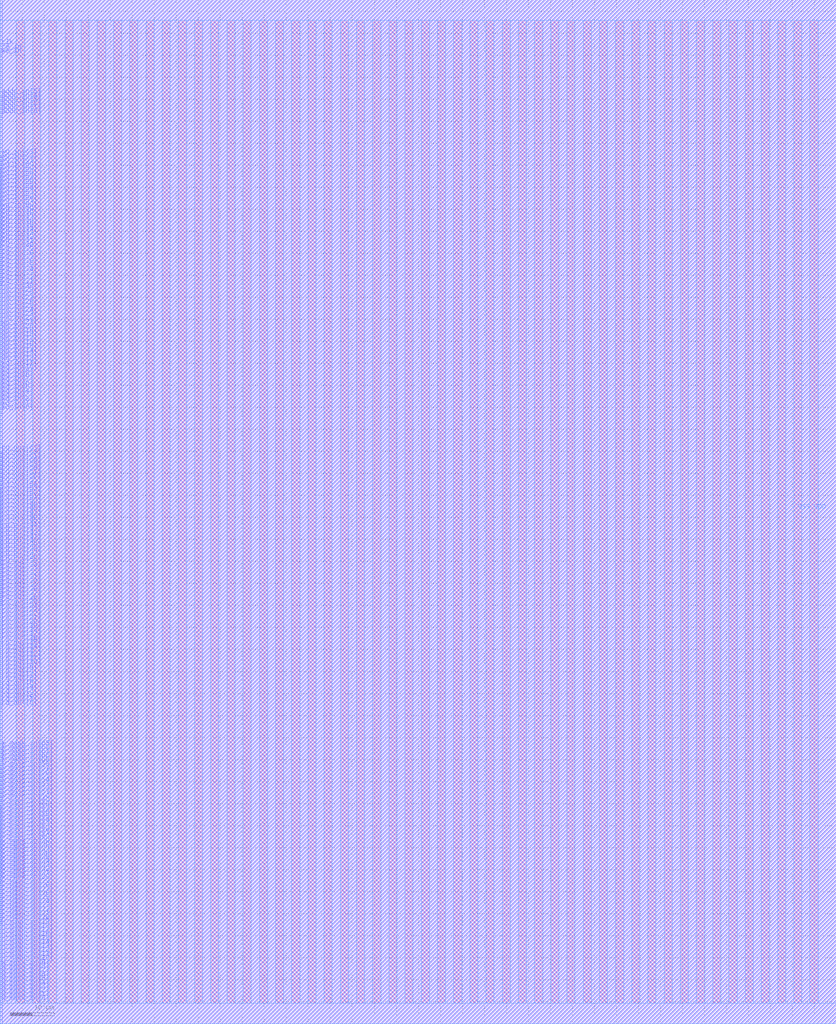
<source format=lef>
VERSION 5.7 ;
BUSBITCHARS "[]" ;
MACRO fakeram130_64x64
  FOREIGN fakeram130_64x64 0 0 ;
  SYMMETRY X Y ;
  SIZE 189.980 BY 232.560 ;
  CLASS BLOCK ;
  PIN w_mask_in[0]
    DIRECTION INPUT ;
    USE SIGNAL ;
    SHAPE ABUTMENT ;
    PORT
      LAYER met3 ;
      RECT 0.000 4.370 0.460 4.830 ;
    END
  END w_mask_in[0]
  PIN w_mask_in[1]
    DIRECTION INPUT ;
    USE SIGNAL ;
    SHAPE ABUTMENT ;
    PORT
      LAYER met3 ;
      RECT 0.000 5.290 0.460 5.750 ;
    END
  END w_mask_in[1]
  PIN w_mask_in[2]
    DIRECTION INPUT ;
    USE SIGNAL ;
    SHAPE ABUTMENT ;
    PORT
      LAYER met3 ;
      RECT 0.000 6.210 0.460 6.670 ;
    END
  END w_mask_in[2]
  PIN w_mask_in[3]
    DIRECTION INPUT ;
    USE SIGNAL ;
    SHAPE ABUTMENT ;
    PORT
      LAYER met3 ;
      RECT 0.000 7.130 0.460 7.590 ;
    END
  END w_mask_in[3]
  PIN w_mask_in[4]
    DIRECTION INPUT ;
    USE SIGNAL ;
    SHAPE ABUTMENT ;
    PORT
      LAYER met3 ;
      RECT 0.000 8.050 0.460 8.510 ;
    END
  END w_mask_in[4]
  PIN w_mask_in[5]
    DIRECTION INPUT ;
    USE SIGNAL ;
    SHAPE ABUTMENT ;
    PORT
      LAYER met3 ;
      RECT 0.000 8.970 0.460 9.430 ;
    END
  END w_mask_in[5]
  PIN w_mask_in[6]
    DIRECTION INPUT ;
    USE SIGNAL ;
    SHAPE ABUTMENT ;
    PORT
      LAYER met3 ;
      RECT 0.000 9.890 0.460 10.350 ;
    END
  END w_mask_in[6]
  PIN w_mask_in[7]
    DIRECTION INPUT ;
    USE SIGNAL ;
    SHAPE ABUTMENT ;
    PORT
      LAYER met3 ;
      RECT 0.000 10.810 0.460 11.270 ;
    END
  END w_mask_in[7]
  PIN w_mask_in[8]
    DIRECTION INPUT ;
    USE SIGNAL ;
    SHAPE ABUTMENT ;
    PORT
      LAYER met3 ;
      RECT 0.000 11.730 0.460 12.190 ;
    END
  END w_mask_in[8]
  PIN w_mask_in[9]
    DIRECTION INPUT ;
    USE SIGNAL ;
    SHAPE ABUTMENT ;
    PORT
      LAYER met3 ;
      RECT 0.000 12.650 0.460 13.110 ;
    END
  END w_mask_in[9]
  PIN w_mask_in[10]
    DIRECTION INPUT ;
    USE SIGNAL ;
    SHAPE ABUTMENT ;
    PORT
      LAYER met3 ;
      RECT 0.000 13.570 0.460 14.030 ;
    END
  END w_mask_in[10]
  PIN w_mask_in[11]
    DIRECTION INPUT ;
    USE SIGNAL ;
    SHAPE ABUTMENT ;
    PORT
      LAYER met3 ;
      RECT 0.000 14.490 0.460 14.950 ;
    END
  END w_mask_in[11]
  PIN w_mask_in[12]
    DIRECTION INPUT ;
    USE SIGNAL ;
    SHAPE ABUTMENT ;
    PORT
      LAYER met3 ;
      RECT 0.000 15.410 0.460 15.870 ;
    END
  END w_mask_in[12]
  PIN w_mask_in[13]
    DIRECTION INPUT ;
    USE SIGNAL ;
    SHAPE ABUTMENT ;
    PORT
      LAYER met3 ;
      RECT 0.000 16.330 0.460 16.790 ;
    END
  END w_mask_in[13]
  PIN w_mask_in[14]
    DIRECTION INPUT ;
    USE SIGNAL ;
    SHAPE ABUTMENT ;
    PORT
      LAYER met3 ;
      RECT 0.000 17.250 0.460 17.710 ;
    END
  END w_mask_in[14]
  PIN w_mask_in[15]
    DIRECTION INPUT ;
    USE SIGNAL ;
    SHAPE ABUTMENT ;
    PORT
      LAYER met3 ;
      RECT 0.000 18.170 0.460 18.630 ;
    END
  END w_mask_in[15]
  PIN w_mask_in[16]
    DIRECTION INPUT ;
    USE SIGNAL ;
    SHAPE ABUTMENT ;
    PORT
      LAYER met3 ;
      RECT 0.000 19.090 0.460 19.550 ;
    END
  END w_mask_in[16]
  PIN w_mask_in[17]
    DIRECTION INPUT ;
    USE SIGNAL ;
    SHAPE ABUTMENT ;
    PORT
      LAYER met3 ;
      RECT 0.000 20.010 0.460 20.470 ;
    END
  END w_mask_in[17]
  PIN w_mask_in[18]
    DIRECTION INPUT ;
    USE SIGNAL ;
    SHAPE ABUTMENT ;
    PORT
      LAYER met3 ;
      RECT 0.000 20.930 0.460 21.390 ;
    END
  END w_mask_in[18]
  PIN w_mask_in[19]
    DIRECTION INPUT ;
    USE SIGNAL ;
    SHAPE ABUTMENT ;
    PORT
      LAYER met3 ;
      RECT 0.000 21.850 0.460 22.310 ;
    END
  END w_mask_in[19]
  PIN w_mask_in[20]
    DIRECTION INPUT ;
    USE SIGNAL ;
    SHAPE ABUTMENT ;
    PORT
      LAYER met3 ;
      RECT 0.000 22.770 0.460 23.230 ;
    END
  END w_mask_in[20]
  PIN w_mask_in[21]
    DIRECTION INPUT ;
    USE SIGNAL ;
    SHAPE ABUTMENT ;
    PORT
      LAYER met3 ;
      RECT 0.000 23.690 0.460 24.150 ;
    END
  END w_mask_in[21]
  PIN w_mask_in[22]
    DIRECTION INPUT ;
    USE SIGNAL ;
    SHAPE ABUTMENT ;
    PORT
      LAYER met3 ;
      RECT 0.000 24.610 0.460 25.070 ;
    END
  END w_mask_in[22]
  PIN w_mask_in[23]
    DIRECTION INPUT ;
    USE SIGNAL ;
    SHAPE ABUTMENT ;
    PORT
      LAYER met3 ;
      RECT 0.000 25.530 0.460 25.990 ;
    END
  END w_mask_in[23]
  PIN w_mask_in[24]
    DIRECTION INPUT ;
    USE SIGNAL ;
    SHAPE ABUTMENT ;
    PORT
      LAYER met3 ;
      RECT 0.000 26.450 0.460 26.910 ;
    END
  END w_mask_in[24]
  PIN w_mask_in[25]
    DIRECTION INPUT ;
    USE SIGNAL ;
    SHAPE ABUTMENT ;
    PORT
      LAYER met3 ;
      RECT 0.000 27.370 0.460 27.830 ;
    END
  END w_mask_in[25]
  PIN w_mask_in[26]
    DIRECTION INPUT ;
    USE SIGNAL ;
    SHAPE ABUTMENT ;
    PORT
      LAYER met3 ;
      RECT 0.000 28.290 0.460 28.750 ;
    END
  END w_mask_in[26]
  PIN w_mask_in[27]
    DIRECTION INPUT ;
    USE SIGNAL ;
    SHAPE ABUTMENT ;
    PORT
      LAYER met3 ;
      RECT 0.000 29.210 0.460 29.670 ;
    END
  END w_mask_in[27]
  PIN w_mask_in[28]
    DIRECTION INPUT ;
    USE SIGNAL ;
    SHAPE ABUTMENT ;
    PORT
      LAYER met3 ;
      RECT 0.000 30.130 0.460 30.590 ;
    END
  END w_mask_in[28]
  PIN w_mask_in[29]
    DIRECTION INPUT ;
    USE SIGNAL ;
    SHAPE ABUTMENT ;
    PORT
      LAYER met3 ;
      RECT 0.000 31.050 0.460 31.510 ;
    END
  END w_mask_in[29]
  PIN w_mask_in[30]
    DIRECTION INPUT ;
    USE SIGNAL ;
    SHAPE ABUTMENT ;
    PORT
      LAYER met3 ;
      RECT 0.000 31.970 0.460 32.430 ;
    END
  END w_mask_in[30]
  PIN w_mask_in[31]
    DIRECTION INPUT ;
    USE SIGNAL ;
    SHAPE ABUTMENT ;
    PORT
      LAYER met3 ;
      RECT 0.000 32.890 0.460 33.350 ;
    END
  END w_mask_in[31]
  PIN w_mask_in[32]
    DIRECTION INPUT ;
    USE SIGNAL ;
    SHAPE ABUTMENT ;
    PORT
      LAYER met3 ;
      RECT 0.000 33.810 0.460 34.270 ;
    END
  END w_mask_in[32]
  PIN w_mask_in[33]
    DIRECTION INPUT ;
    USE SIGNAL ;
    SHAPE ABUTMENT ;
    PORT
      LAYER met3 ;
      RECT 0.000 34.730 0.460 35.190 ;
    END
  END w_mask_in[33]
  PIN w_mask_in[34]
    DIRECTION INPUT ;
    USE SIGNAL ;
    SHAPE ABUTMENT ;
    PORT
      LAYER met3 ;
      RECT 0.000 35.650 0.460 36.110 ;
    END
  END w_mask_in[34]
  PIN w_mask_in[35]
    DIRECTION INPUT ;
    USE SIGNAL ;
    SHAPE ABUTMENT ;
    PORT
      LAYER met3 ;
      RECT 0.000 36.570 0.460 37.030 ;
    END
  END w_mask_in[35]
  PIN w_mask_in[36]
    DIRECTION INPUT ;
    USE SIGNAL ;
    SHAPE ABUTMENT ;
    PORT
      LAYER met3 ;
      RECT 0.000 37.490 0.460 37.950 ;
    END
  END w_mask_in[36]
  PIN w_mask_in[37]
    DIRECTION INPUT ;
    USE SIGNAL ;
    SHAPE ABUTMENT ;
    PORT
      LAYER met3 ;
      RECT 0.000 38.410 0.460 38.870 ;
    END
  END w_mask_in[37]
  PIN w_mask_in[38]
    DIRECTION INPUT ;
    USE SIGNAL ;
    SHAPE ABUTMENT ;
    PORT
      LAYER met3 ;
      RECT 0.000 39.330 0.460 39.790 ;
    END
  END w_mask_in[38]
  PIN w_mask_in[39]
    DIRECTION INPUT ;
    USE SIGNAL ;
    SHAPE ABUTMENT ;
    PORT
      LAYER met3 ;
      RECT 0.000 40.250 0.460 40.710 ;
    END
  END w_mask_in[39]
  PIN w_mask_in[40]
    DIRECTION INPUT ;
    USE SIGNAL ;
    SHAPE ABUTMENT ;
    PORT
      LAYER met3 ;
      RECT 0.000 41.170 0.460 41.630 ;
    END
  END w_mask_in[40]
  PIN w_mask_in[41]
    DIRECTION INPUT ;
    USE SIGNAL ;
    SHAPE ABUTMENT ;
    PORT
      LAYER met3 ;
      RECT 0.000 42.090 0.460 42.550 ;
    END
  END w_mask_in[41]
  PIN w_mask_in[42]
    DIRECTION INPUT ;
    USE SIGNAL ;
    SHAPE ABUTMENT ;
    PORT
      LAYER met3 ;
      RECT 0.000 43.010 0.460 43.470 ;
    END
  END w_mask_in[42]
  PIN w_mask_in[43]
    DIRECTION INPUT ;
    USE SIGNAL ;
    SHAPE ABUTMENT ;
    PORT
      LAYER met3 ;
      RECT 0.000 43.930 0.460 44.390 ;
    END
  END w_mask_in[43]
  PIN w_mask_in[44]
    DIRECTION INPUT ;
    USE SIGNAL ;
    SHAPE ABUTMENT ;
    PORT
      LAYER met3 ;
      RECT 0.000 44.850 0.460 45.310 ;
    END
  END w_mask_in[44]
  PIN w_mask_in[45]
    DIRECTION INPUT ;
    USE SIGNAL ;
    SHAPE ABUTMENT ;
    PORT
      LAYER met3 ;
      RECT 0.000 45.770 0.460 46.230 ;
    END
  END w_mask_in[45]
  PIN w_mask_in[46]
    DIRECTION INPUT ;
    USE SIGNAL ;
    SHAPE ABUTMENT ;
    PORT
      LAYER met3 ;
      RECT 0.000 46.690 0.460 47.150 ;
    END
  END w_mask_in[46]
  PIN w_mask_in[47]
    DIRECTION INPUT ;
    USE SIGNAL ;
    SHAPE ABUTMENT ;
    PORT
      LAYER met3 ;
      RECT 0.000 47.610 0.460 48.070 ;
    END
  END w_mask_in[47]
  PIN w_mask_in[48]
    DIRECTION INPUT ;
    USE SIGNAL ;
    SHAPE ABUTMENT ;
    PORT
      LAYER met3 ;
      RECT 0.000 48.530 0.460 48.990 ;
    END
  END w_mask_in[48]
  PIN w_mask_in[49]
    DIRECTION INPUT ;
    USE SIGNAL ;
    SHAPE ABUTMENT ;
    PORT
      LAYER met3 ;
      RECT 0.000 49.450 0.460 49.910 ;
    END
  END w_mask_in[49]
  PIN w_mask_in[50]
    DIRECTION INPUT ;
    USE SIGNAL ;
    SHAPE ABUTMENT ;
    PORT
      LAYER met3 ;
      RECT 0.000 50.370 0.460 50.830 ;
    END
  END w_mask_in[50]
  PIN w_mask_in[51]
    DIRECTION INPUT ;
    USE SIGNAL ;
    SHAPE ABUTMENT ;
    PORT
      LAYER met3 ;
      RECT 0.000 51.290 0.460 51.750 ;
    END
  END w_mask_in[51]
  PIN w_mask_in[52]
    DIRECTION INPUT ;
    USE SIGNAL ;
    SHAPE ABUTMENT ;
    PORT
      LAYER met3 ;
      RECT 0.000 52.210 0.460 52.670 ;
    END
  END w_mask_in[52]
  PIN w_mask_in[53]
    DIRECTION INPUT ;
    USE SIGNAL ;
    SHAPE ABUTMENT ;
    PORT
      LAYER met3 ;
      RECT 0.000 53.130 0.460 53.590 ;
    END
  END w_mask_in[53]
  PIN w_mask_in[54]
    DIRECTION INPUT ;
    USE SIGNAL ;
    SHAPE ABUTMENT ;
    PORT
      LAYER met3 ;
      RECT 0.000 54.050 0.460 54.510 ;
    END
  END w_mask_in[54]
  PIN w_mask_in[55]
    DIRECTION INPUT ;
    USE SIGNAL ;
    SHAPE ABUTMENT ;
    PORT
      LAYER met3 ;
      RECT 0.000 54.970 0.460 55.430 ;
    END
  END w_mask_in[55]
  PIN w_mask_in[56]
    DIRECTION INPUT ;
    USE SIGNAL ;
    SHAPE ABUTMENT ;
    PORT
      LAYER met3 ;
      RECT 0.000 55.890 0.460 56.350 ;
    END
  END w_mask_in[56]
  PIN w_mask_in[57]
    DIRECTION INPUT ;
    USE SIGNAL ;
    SHAPE ABUTMENT ;
    PORT
      LAYER met3 ;
      RECT 0.000 56.810 0.460 57.270 ;
    END
  END w_mask_in[57]
  PIN w_mask_in[58]
    DIRECTION INPUT ;
    USE SIGNAL ;
    SHAPE ABUTMENT ;
    PORT
      LAYER met3 ;
      RECT 0.000 57.730 0.460 58.190 ;
    END
  END w_mask_in[58]
  PIN w_mask_in[59]
    DIRECTION INPUT ;
    USE SIGNAL ;
    SHAPE ABUTMENT ;
    PORT
      LAYER met3 ;
      RECT 0.000 58.650 0.460 59.110 ;
    END
  END w_mask_in[59]
  PIN w_mask_in[60]
    DIRECTION INPUT ;
    USE SIGNAL ;
    SHAPE ABUTMENT ;
    PORT
      LAYER met3 ;
      RECT 0.000 59.570 0.460 60.030 ;
    END
  END w_mask_in[60]
  PIN w_mask_in[61]
    DIRECTION INPUT ;
    USE SIGNAL ;
    SHAPE ABUTMENT ;
    PORT
      LAYER met3 ;
      RECT 0.000 60.490 0.460 60.950 ;
    END
  END w_mask_in[61]
  PIN w_mask_in[62]
    DIRECTION INPUT ;
    USE SIGNAL ;
    SHAPE ABUTMENT ;
    PORT
      LAYER met3 ;
      RECT 0.000 61.410 0.460 61.870 ;
    END
  END w_mask_in[62]
  PIN w_mask_in[63]
    DIRECTION INPUT ;
    USE SIGNAL ;
    SHAPE ABUTMENT ;
    PORT
      LAYER met3 ;
      RECT 0.000 62.330 0.460 62.790 ;
    END
  END w_mask_in[63]
  PIN rd_out[0]
    DIRECTION OUTPUT ;
    USE SIGNAL ;
    SHAPE ABUTMENT ;
    PORT
      LAYER met3 ;
      RECT 0.000 71.530 0.460 71.990 ;
    END
  END rd_out[0]
  PIN rd_out[1]
    DIRECTION OUTPUT ;
    USE SIGNAL ;
    SHAPE ABUTMENT ;
    PORT
      LAYER met3 ;
      RECT 0.000 72.450 0.460 72.910 ;
    END
  END rd_out[1]
  PIN rd_out[2]
    DIRECTION OUTPUT ;
    USE SIGNAL ;
    SHAPE ABUTMENT ;
    PORT
      LAYER met3 ;
      RECT 0.000 73.370 0.460 73.830 ;
    END
  END rd_out[2]
  PIN rd_out[3]
    DIRECTION OUTPUT ;
    USE SIGNAL ;
    SHAPE ABUTMENT ;
    PORT
      LAYER met3 ;
      RECT 0.000 74.290 0.460 74.750 ;
    END
  END rd_out[3]
  PIN rd_out[4]
    DIRECTION OUTPUT ;
    USE SIGNAL ;
    SHAPE ABUTMENT ;
    PORT
      LAYER met3 ;
      RECT 0.000 75.210 0.460 75.670 ;
    END
  END rd_out[4]
  PIN rd_out[5]
    DIRECTION OUTPUT ;
    USE SIGNAL ;
    SHAPE ABUTMENT ;
    PORT
      LAYER met3 ;
      RECT 0.000 76.130 0.460 76.590 ;
    END
  END rd_out[5]
  PIN rd_out[6]
    DIRECTION OUTPUT ;
    USE SIGNAL ;
    SHAPE ABUTMENT ;
    PORT
      LAYER met3 ;
      RECT 0.000 77.050 0.460 77.510 ;
    END
  END rd_out[6]
  PIN rd_out[7]
    DIRECTION OUTPUT ;
    USE SIGNAL ;
    SHAPE ABUTMENT ;
    PORT
      LAYER met3 ;
      RECT 0.000 77.970 0.460 78.430 ;
    END
  END rd_out[7]
  PIN rd_out[8]
    DIRECTION OUTPUT ;
    USE SIGNAL ;
    SHAPE ABUTMENT ;
    PORT
      LAYER met3 ;
      RECT 0.000 78.890 0.460 79.350 ;
    END
  END rd_out[8]
  PIN rd_out[9]
    DIRECTION OUTPUT ;
    USE SIGNAL ;
    SHAPE ABUTMENT ;
    PORT
      LAYER met3 ;
      RECT 0.000 79.810 0.460 80.270 ;
    END
  END rd_out[9]
  PIN rd_out[10]
    DIRECTION OUTPUT ;
    USE SIGNAL ;
    SHAPE ABUTMENT ;
    PORT
      LAYER met3 ;
      RECT 0.000 80.730 0.460 81.190 ;
    END
  END rd_out[10]
  PIN rd_out[11]
    DIRECTION OUTPUT ;
    USE SIGNAL ;
    SHAPE ABUTMENT ;
    PORT
      LAYER met3 ;
      RECT 0.000 81.650 0.460 82.110 ;
    END
  END rd_out[11]
  PIN rd_out[12]
    DIRECTION OUTPUT ;
    USE SIGNAL ;
    SHAPE ABUTMENT ;
    PORT
      LAYER met3 ;
      RECT 0.000 82.570 0.460 83.030 ;
    END
  END rd_out[12]
  PIN rd_out[13]
    DIRECTION OUTPUT ;
    USE SIGNAL ;
    SHAPE ABUTMENT ;
    PORT
      LAYER met3 ;
      RECT 0.000 83.490 0.460 83.950 ;
    END
  END rd_out[13]
  PIN rd_out[14]
    DIRECTION OUTPUT ;
    USE SIGNAL ;
    SHAPE ABUTMENT ;
    PORT
      LAYER met3 ;
      RECT 0.000 84.410 0.460 84.870 ;
    END
  END rd_out[14]
  PIN rd_out[15]
    DIRECTION OUTPUT ;
    USE SIGNAL ;
    SHAPE ABUTMENT ;
    PORT
      LAYER met3 ;
      RECT 0.000 85.330 0.460 85.790 ;
    END
  END rd_out[15]
  PIN rd_out[16]
    DIRECTION OUTPUT ;
    USE SIGNAL ;
    SHAPE ABUTMENT ;
    PORT
      LAYER met3 ;
      RECT 0.000 86.250 0.460 86.710 ;
    END
  END rd_out[16]
  PIN rd_out[17]
    DIRECTION OUTPUT ;
    USE SIGNAL ;
    SHAPE ABUTMENT ;
    PORT
      LAYER met3 ;
      RECT 0.000 87.170 0.460 87.630 ;
    END
  END rd_out[17]
  PIN rd_out[18]
    DIRECTION OUTPUT ;
    USE SIGNAL ;
    SHAPE ABUTMENT ;
    PORT
      LAYER met3 ;
      RECT 0.000 88.090 0.460 88.550 ;
    END
  END rd_out[18]
  PIN rd_out[19]
    DIRECTION OUTPUT ;
    USE SIGNAL ;
    SHAPE ABUTMENT ;
    PORT
      LAYER met3 ;
      RECT 0.000 89.010 0.460 89.470 ;
    END
  END rd_out[19]
  PIN rd_out[20]
    DIRECTION OUTPUT ;
    USE SIGNAL ;
    SHAPE ABUTMENT ;
    PORT
      LAYER met3 ;
      RECT 0.000 89.930 0.460 90.390 ;
    END
  END rd_out[20]
  PIN rd_out[21]
    DIRECTION OUTPUT ;
    USE SIGNAL ;
    SHAPE ABUTMENT ;
    PORT
      LAYER met3 ;
      RECT 0.000 90.850 0.460 91.310 ;
    END
  END rd_out[21]
  PIN rd_out[22]
    DIRECTION OUTPUT ;
    USE SIGNAL ;
    SHAPE ABUTMENT ;
    PORT
      LAYER met3 ;
      RECT 0.000 91.770 0.460 92.230 ;
    END
  END rd_out[22]
  PIN rd_out[23]
    DIRECTION OUTPUT ;
    USE SIGNAL ;
    SHAPE ABUTMENT ;
    PORT
      LAYER met3 ;
      RECT 0.000 92.690 0.460 93.150 ;
    END
  END rd_out[23]
  PIN rd_out[24]
    DIRECTION OUTPUT ;
    USE SIGNAL ;
    SHAPE ABUTMENT ;
    PORT
      LAYER met3 ;
      RECT 0.000 93.610 0.460 94.070 ;
    END
  END rd_out[24]
  PIN rd_out[25]
    DIRECTION OUTPUT ;
    USE SIGNAL ;
    SHAPE ABUTMENT ;
    PORT
      LAYER met3 ;
      RECT 0.000 94.530 0.460 94.990 ;
    END
  END rd_out[25]
  PIN rd_out[26]
    DIRECTION OUTPUT ;
    USE SIGNAL ;
    SHAPE ABUTMENT ;
    PORT
      LAYER met3 ;
      RECT 0.000 95.450 0.460 95.910 ;
    END
  END rd_out[26]
  PIN rd_out[27]
    DIRECTION OUTPUT ;
    USE SIGNAL ;
    SHAPE ABUTMENT ;
    PORT
      LAYER met3 ;
      RECT 0.000 96.370 0.460 96.830 ;
    END
  END rd_out[27]
  PIN rd_out[28]
    DIRECTION OUTPUT ;
    USE SIGNAL ;
    SHAPE ABUTMENT ;
    PORT
      LAYER met3 ;
      RECT 0.000 97.290 0.460 97.750 ;
    END
  END rd_out[28]
  PIN rd_out[29]
    DIRECTION OUTPUT ;
    USE SIGNAL ;
    SHAPE ABUTMENT ;
    PORT
      LAYER met3 ;
      RECT 0.000 98.210 0.460 98.670 ;
    END
  END rd_out[29]
  PIN rd_out[30]
    DIRECTION OUTPUT ;
    USE SIGNAL ;
    SHAPE ABUTMENT ;
    PORT
      LAYER met3 ;
      RECT 0.000 99.130 0.460 99.590 ;
    END
  END rd_out[30]
  PIN rd_out[31]
    DIRECTION OUTPUT ;
    USE SIGNAL ;
    SHAPE ABUTMENT ;
    PORT
      LAYER met3 ;
      RECT 0.000 100.050 0.460 100.510 ;
    END
  END rd_out[31]
  PIN rd_out[32]
    DIRECTION OUTPUT ;
    USE SIGNAL ;
    SHAPE ABUTMENT ;
    PORT
      LAYER met3 ;
      RECT 0.000 100.970 0.460 101.430 ;
    END
  END rd_out[32]
  PIN rd_out[33]
    DIRECTION OUTPUT ;
    USE SIGNAL ;
    SHAPE ABUTMENT ;
    PORT
      LAYER met3 ;
      RECT 0.000 101.890 0.460 102.350 ;
    END
  END rd_out[33]
  PIN rd_out[34]
    DIRECTION OUTPUT ;
    USE SIGNAL ;
    SHAPE ABUTMENT ;
    PORT
      LAYER met3 ;
      RECT 0.000 102.810 0.460 103.270 ;
    END
  END rd_out[34]
  PIN rd_out[35]
    DIRECTION OUTPUT ;
    USE SIGNAL ;
    SHAPE ABUTMENT ;
    PORT
      LAYER met3 ;
      RECT 0.000 103.730 0.460 104.190 ;
    END
  END rd_out[35]
  PIN rd_out[36]
    DIRECTION OUTPUT ;
    USE SIGNAL ;
    SHAPE ABUTMENT ;
    PORT
      LAYER met3 ;
      RECT 0.000 104.650 0.460 105.110 ;
    END
  END rd_out[36]
  PIN rd_out[37]
    DIRECTION OUTPUT ;
    USE SIGNAL ;
    SHAPE ABUTMENT ;
    PORT
      LAYER met3 ;
      RECT 0.000 105.570 0.460 106.030 ;
    END
  END rd_out[37]
  PIN rd_out[38]
    DIRECTION OUTPUT ;
    USE SIGNAL ;
    SHAPE ABUTMENT ;
    PORT
      LAYER met3 ;
      RECT 0.000 106.490 0.460 106.950 ;
    END
  END rd_out[38]
  PIN rd_out[39]
    DIRECTION OUTPUT ;
    USE SIGNAL ;
    SHAPE ABUTMENT ;
    PORT
      LAYER met3 ;
      RECT 0.000 107.410 0.460 107.870 ;
    END
  END rd_out[39]
  PIN rd_out[40]
    DIRECTION OUTPUT ;
    USE SIGNAL ;
    SHAPE ABUTMENT ;
    PORT
      LAYER met3 ;
      RECT 0.000 108.330 0.460 108.790 ;
    END
  END rd_out[40]
  PIN rd_out[41]
    DIRECTION OUTPUT ;
    USE SIGNAL ;
    SHAPE ABUTMENT ;
    PORT
      LAYER met3 ;
      RECT 0.000 109.250 0.460 109.710 ;
    END
  END rd_out[41]
  PIN rd_out[42]
    DIRECTION OUTPUT ;
    USE SIGNAL ;
    SHAPE ABUTMENT ;
    PORT
      LAYER met3 ;
      RECT 0.000 110.170 0.460 110.630 ;
    END
  END rd_out[42]
  PIN rd_out[43]
    DIRECTION OUTPUT ;
    USE SIGNAL ;
    SHAPE ABUTMENT ;
    PORT
      LAYER met3 ;
      RECT 0.000 111.090 0.460 111.550 ;
    END
  END rd_out[43]
  PIN rd_out[44]
    DIRECTION OUTPUT ;
    USE SIGNAL ;
    SHAPE ABUTMENT ;
    PORT
      LAYER met3 ;
      RECT 0.000 112.010 0.460 112.470 ;
    END
  END rd_out[44]
  PIN rd_out[45]
    DIRECTION OUTPUT ;
    USE SIGNAL ;
    SHAPE ABUTMENT ;
    PORT
      LAYER met3 ;
      RECT 0.000 112.930 0.460 113.390 ;
    END
  END rd_out[45]
  PIN rd_out[46]
    DIRECTION OUTPUT ;
    USE SIGNAL ;
    SHAPE ABUTMENT ;
    PORT
      LAYER met3 ;
      RECT 0.000 113.850 0.460 114.310 ;
    END
  END rd_out[46]
  PIN rd_out[47]
    DIRECTION OUTPUT ;
    USE SIGNAL ;
    SHAPE ABUTMENT ;
    PORT
      LAYER met3 ;
      RECT 0.000 114.770 0.460 115.230 ;
    END
  END rd_out[47]
  PIN rd_out[48]
    DIRECTION OUTPUT ;
    USE SIGNAL ;
    SHAPE ABUTMENT ;
    PORT
      LAYER met3 ;
      RECT 0.000 115.690 0.460 116.150 ;
    END
  END rd_out[48]
  PIN rd_out[49]
    DIRECTION OUTPUT ;
    USE SIGNAL ;
    SHAPE ABUTMENT ;
    PORT
      LAYER met3 ;
      RECT 0.000 116.610 0.460 117.070 ;
    END
  END rd_out[49]
  PIN rd_out[50]
    DIRECTION OUTPUT ;
    USE SIGNAL ;
    SHAPE ABUTMENT ;
    PORT
      LAYER met3 ;
      RECT 0.000 117.530 0.460 117.990 ;
    END
  END rd_out[50]
  PIN rd_out[51]
    DIRECTION OUTPUT ;
    USE SIGNAL ;
    SHAPE ABUTMENT ;
    PORT
      LAYER met3 ;
      RECT 0.000 118.450 0.460 118.910 ;
    END
  END rd_out[51]
  PIN rd_out[52]
    DIRECTION OUTPUT ;
    USE SIGNAL ;
    SHAPE ABUTMENT ;
    PORT
      LAYER met3 ;
      RECT 0.000 119.370 0.460 119.830 ;
    END
  END rd_out[52]
  PIN rd_out[53]
    DIRECTION OUTPUT ;
    USE SIGNAL ;
    SHAPE ABUTMENT ;
    PORT
      LAYER met3 ;
      RECT 0.000 120.290 0.460 120.750 ;
    END
  END rd_out[53]
  PIN rd_out[54]
    DIRECTION OUTPUT ;
    USE SIGNAL ;
    SHAPE ABUTMENT ;
    PORT
      LAYER met3 ;
      RECT 0.000 121.210 0.460 121.670 ;
    END
  END rd_out[54]
  PIN rd_out[55]
    DIRECTION OUTPUT ;
    USE SIGNAL ;
    SHAPE ABUTMENT ;
    PORT
      LAYER met3 ;
      RECT 0.000 122.130 0.460 122.590 ;
    END
  END rd_out[55]
  PIN rd_out[56]
    DIRECTION OUTPUT ;
    USE SIGNAL ;
    SHAPE ABUTMENT ;
    PORT
      LAYER met3 ;
      RECT 0.000 123.050 0.460 123.510 ;
    END
  END rd_out[56]
  PIN rd_out[57]
    DIRECTION OUTPUT ;
    USE SIGNAL ;
    SHAPE ABUTMENT ;
    PORT
      LAYER met3 ;
      RECT 0.000 123.970 0.460 124.430 ;
    END
  END rd_out[57]
  PIN rd_out[58]
    DIRECTION OUTPUT ;
    USE SIGNAL ;
    SHAPE ABUTMENT ;
    PORT
      LAYER met3 ;
      RECT 0.000 124.890 0.460 125.350 ;
    END
  END rd_out[58]
  PIN rd_out[59]
    DIRECTION OUTPUT ;
    USE SIGNAL ;
    SHAPE ABUTMENT ;
    PORT
      LAYER met3 ;
      RECT 0.000 125.810 0.460 126.270 ;
    END
  END rd_out[59]
  PIN rd_out[60]
    DIRECTION OUTPUT ;
    USE SIGNAL ;
    SHAPE ABUTMENT ;
    PORT
      LAYER met3 ;
      RECT 0.000 126.730 0.460 127.190 ;
    END
  END rd_out[60]
  PIN rd_out[61]
    DIRECTION OUTPUT ;
    USE SIGNAL ;
    SHAPE ABUTMENT ;
    PORT
      LAYER met3 ;
      RECT 0.000 127.650 0.460 128.110 ;
    END
  END rd_out[61]
  PIN rd_out[62]
    DIRECTION OUTPUT ;
    USE SIGNAL ;
    SHAPE ABUTMENT ;
    PORT
      LAYER met3 ;
      RECT 0.000 128.570 0.460 129.030 ;
    END
  END rd_out[62]
  PIN rd_out[63]
    DIRECTION OUTPUT ;
    USE SIGNAL ;
    SHAPE ABUTMENT ;
    PORT
      LAYER met3 ;
      RECT 0.000 129.490 0.460 129.950 ;
    END
  END rd_out[63]
  PIN wd_in[0]
    DIRECTION INPUT ;
    USE SIGNAL ;
    SHAPE ABUTMENT ;
    PORT
      LAYER met3 ;
      RECT 0.000 138.690 0.460 139.150 ;
    END
  END wd_in[0]
  PIN wd_in[1]
    DIRECTION INPUT ;
    USE SIGNAL ;
    SHAPE ABUTMENT ;
    PORT
      LAYER met3 ;
      RECT 0.000 139.610 0.460 140.070 ;
    END
  END wd_in[1]
  PIN wd_in[2]
    DIRECTION INPUT ;
    USE SIGNAL ;
    SHAPE ABUTMENT ;
    PORT
      LAYER met3 ;
      RECT 0.000 140.530 0.460 140.990 ;
    END
  END wd_in[2]
  PIN wd_in[3]
    DIRECTION INPUT ;
    USE SIGNAL ;
    SHAPE ABUTMENT ;
    PORT
      LAYER met3 ;
      RECT 0.000 141.450 0.460 141.910 ;
    END
  END wd_in[3]
  PIN wd_in[4]
    DIRECTION INPUT ;
    USE SIGNAL ;
    SHAPE ABUTMENT ;
    PORT
      LAYER met3 ;
      RECT 0.000 142.370 0.460 142.830 ;
    END
  END wd_in[4]
  PIN wd_in[5]
    DIRECTION INPUT ;
    USE SIGNAL ;
    SHAPE ABUTMENT ;
    PORT
      LAYER met3 ;
      RECT 0.000 143.290 0.460 143.750 ;
    END
  END wd_in[5]
  PIN wd_in[6]
    DIRECTION INPUT ;
    USE SIGNAL ;
    SHAPE ABUTMENT ;
    PORT
      LAYER met3 ;
      RECT 0.000 144.210 0.460 144.670 ;
    END
  END wd_in[6]
  PIN wd_in[7]
    DIRECTION INPUT ;
    USE SIGNAL ;
    SHAPE ABUTMENT ;
    PORT
      LAYER met3 ;
      RECT 0.000 145.130 0.460 145.590 ;
    END
  END wd_in[7]
  PIN wd_in[8]
    DIRECTION INPUT ;
    USE SIGNAL ;
    SHAPE ABUTMENT ;
    PORT
      LAYER met3 ;
      RECT 0.000 146.050 0.460 146.510 ;
    END
  END wd_in[8]
  PIN wd_in[9]
    DIRECTION INPUT ;
    USE SIGNAL ;
    SHAPE ABUTMENT ;
    PORT
      LAYER met3 ;
      RECT 0.000 146.970 0.460 147.430 ;
    END
  END wd_in[9]
  PIN wd_in[10]
    DIRECTION INPUT ;
    USE SIGNAL ;
    SHAPE ABUTMENT ;
    PORT
      LAYER met3 ;
      RECT 0.000 147.890 0.460 148.350 ;
    END
  END wd_in[10]
  PIN wd_in[11]
    DIRECTION INPUT ;
    USE SIGNAL ;
    SHAPE ABUTMENT ;
    PORT
      LAYER met3 ;
      RECT 0.000 148.810 0.460 149.270 ;
    END
  END wd_in[11]
  PIN wd_in[12]
    DIRECTION INPUT ;
    USE SIGNAL ;
    SHAPE ABUTMENT ;
    PORT
      LAYER met3 ;
      RECT 0.000 149.730 0.460 150.190 ;
    END
  END wd_in[12]
  PIN wd_in[13]
    DIRECTION INPUT ;
    USE SIGNAL ;
    SHAPE ABUTMENT ;
    PORT
      LAYER met3 ;
      RECT 0.000 150.650 0.460 151.110 ;
    END
  END wd_in[13]
  PIN wd_in[14]
    DIRECTION INPUT ;
    USE SIGNAL ;
    SHAPE ABUTMENT ;
    PORT
      LAYER met3 ;
      RECT 0.000 151.570 0.460 152.030 ;
    END
  END wd_in[14]
  PIN wd_in[15]
    DIRECTION INPUT ;
    USE SIGNAL ;
    SHAPE ABUTMENT ;
    PORT
      LAYER met3 ;
      RECT 0.000 152.490 0.460 152.950 ;
    END
  END wd_in[15]
  PIN wd_in[16]
    DIRECTION INPUT ;
    USE SIGNAL ;
    SHAPE ABUTMENT ;
    PORT
      LAYER met3 ;
      RECT 0.000 153.410 0.460 153.870 ;
    END
  END wd_in[16]
  PIN wd_in[17]
    DIRECTION INPUT ;
    USE SIGNAL ;
    SHAPE ABUTMENT ;
    PORT
      LAYER met3 ;
      RECT 0.000 154.330 0.460 154.790 ;
    END
  END wd_in[17]
  PIN wd_in[18]
    DIRECTION INPUT ;
    USE SIGNAL ;
    SHAPE ABUTMENT ;
    PORT
      LAYER met3 ;
      RECT 0.000 155.250 0.460 155.710 ;
    END
  END wd_in[18]
  PIN wd_in[19]
    DIRECTION INPUT ;
    USE SIGNAL ;
    SHAPE ABUTMENT ;
    PORT
      LAYER met3 ;
      RECT 0.000 156.170 0.460 156.630 ;
    END
  END wd_in[19]
  PIN wd_in[20]
    DIRECTION INPUT ;
    USE SIGNAL ;
    SHAPE ABUTMENT ;
    PORT
      LAYER met3 ;
      RECT 0.000 157.090 0.460 157.550 ;
    END
  END wd_in[20]
  PIN wd_in[21]
    DIRECTION INPUT ;
    USE SIGNAL ;
    SHAPE ABUTMENT ;
    PORT
      LAYER met3 ;
      RECT 0.000 158.010 0.460 158.470 ;
    END
  END wd_in[21]
  PIN wd_in[22]
    DIRECTION INPUT ;
    USE SIGNAL ;
    SHAPE ABUTMENT ;
    PORT
      LAYER met3 ;
      RECT 0.000 158.930 0.460 159.390 ;
    END
  END wd_in[22]
  PIN wd_in[23]
    DIRECTION INPUT ;
    USE SIGNAL ;
    SHAPE ABUTMENT ;
    PORT
      LAYER met3 ;
      RECT 0.000 159.850 0.460 160.310 ;
    END
  END wd_in[23]
  PIN wd_in[24]
    DIRECTION INPUT ;
    USE SIGNAL ;
    SHAPE ABUTMENT ;
    PORT
      LAYER met3 ;
      RECT 0.000 160.770 0.460 161.230 ;
    END
  END wd_in[24]
  PIN wd_in[25]
    DIRECTION INPUT ;
    USE SIGNAL ;
    SHAPE ABUTMENT ;
    PORT
      LAYER met3 ;
      RECT 0.000 161.690 0.460 162.150 ;
    END
  END wd_in[25]
  PIN wd_in[26]
    DIRECTION INPUT ;
    USE SIGNAL ;
    SHAPE ABUTMENT ;
    PORT
      LAYER met3 ;
      RECT 0.000 162.610 0.460 163.070 ;
    END
  END wd_in[26]
  PIN wd_in[27]
    DIRECTION INPUT ;
    USE SIGNAL ;
    SHAPE ABUTMENT ;
    PORT
      LAYER met3 ;
      RECT 0.000 163.530 0.460 163.990 ;
    END
  END wd_in[27]
  PIN wd_in[28]
    DIRECTION INPUT ;
    USE SIGNAL ;
    SHAPE ABUTMENT ;
    PORT
      LAYER met3 ;
      RECT 0.000 164.450 0.460 164.910 ;
    END
  END wd_in[28]
  PIN wd_in[29]
    DIRECTION INPUT ;
    USE SIGNAL ;
    SHAPE ABUTMENT ;
    PORT
      LAYER met3 ;
      RECT 0.000 165.370 0.460 165.830 ;
    END
  END wd_in[29]
  PIN wd_in[30]
    DIRECTION INPUT ;
    USE SIGNAL ;
    SHAPE ABUTMENT ;
    PORT
      LAYER met3 ;
      RECT 0.000 166.290 0.460 166.750 ;
    END
  END wd_in[30]
  PIN wd_in[31]
    DIRECTION INPUT ;
    USE SIGNAL ;
    SHAPE ABUTMENT ;
    PORT
      LAYER met3 ;
      RECT 0.000 167.210 0.460 167.670 ;
    END
  END wd_in[31]
  PIN wd_in[32]
    DIRECTION INPUT ;
    USE SIGNAL ;
    SHAPE ABUTMENT ;
    PORT
      LAYER met3 ;
      RECT 0.000 168.130 0.460 168.590 ;
    END
  END wd_in[32]
  PIN wd_in[33]
    DIRECTION INPUT ;
    USE SIGNAL ;
    SHAPE ABUTMENT ;
    PORT
      LAYER met3 ;
      RECT 0.000 169.050 0.460 169.510 ;
    END
  END wd_in[33]
  PIN wd_in[34]
    DIRECTION INPUT ;
    USE SIGNAL ;
    SHAPE ABUTMENT ;
    PORT
      LAYER met3 ;
      RECT 0.000 169.970 0.460 170.430 ;
    END
  END wd_in[34]
  PIN wd_in[35]
    DIRECTION INPUT ;
    USE SIGNAL ;
    SHAPE ABUTMENT ;
    PORT
      LAYER met3 ;
      RECT 0.000 170.890 0.460 171.350 ;
    END
  END wd_in[35]
  PIN wd_in[36]
    DIRECTION INPUT ;
    USE SIGNAL ;
    SHAPE ABUTMENT ;
    PORT
      LAYER met3 ;
      RECT 0.000 171.810 0.460 172.270 ;
    END
  END wd_in[36]
  PIN wd_in[37]
    DIRECTION INPUT ;
    USE SIGNAL ;
    SHAPE ABUTMENT ;
    PORT
      LAYER met3 ;
      RECT 0.000 172.730 0.460 173.190 ;
    END
  END wd_in[37]
  PIN wd_in[38]
    DIRECTION INPUT ;
    USE SIGNAL ;
    SHAPE ABUTMENT ;
    PORT
      LAYER met3 ;
      RECT 0.000 173.650 0.460 174.110 ;
    END
  END wd_in[38]
  PIN wd_in[39]
    DIRECTION INPUT ;
    USE SIGNAL ;
    SHAPE ABUTMENT ;
    PORT
      LAYER met3 ;
      RECT 0.000 174.570 0.460 175.030 ;
    END
  END wd_in[39]
  PIN wd_in[40]
    DIRECTION INPUT ;
    USE SIGNAL ;
    SHAPE ABUTMENT ;
    PORT
      LAYER met3 ;
      RECT 0.000 175.490 0.460 175.950 ;
    END
  END wd_in[40]
  PIN wd_in[41]
    DIRECTION INPUT ;
    USE SIGNAL ;
    SHAPE ABUTMENT ;
    PORT
      LAYER met3 ;
      RECT 0.000 176.410 0.460 176.870 ;
    END
  END wd_in[41]
  PIN wd_in[42]
    DIRECTION INPUT ;
    USE SIGNAL ;
    SHAPE ABUTMENT ;
    PORT
      LAYER met3 ;
      RECT 0.000 177.330 0.460 177.790 ;
    END
  END wd_in[42]
  PIN wd_in[43]
    DIRECTION INPUT ;
    USE SIGNAL ;
    SHAPE ABUTMENT ;
    PORT
      LAYER met3 ;
      RECT 0.000 178.250 0.460 178.710 ;
    END
  END wd_in[43]
  PIN wd_in[44]
    DIRECTION INPUT ;
    USE SIGNAL ;
    SHAPE ABUTMENT ;
    PORT
      LAYER met3 ;
      RECT 0.000 179.170 0.460 179.630 ;
    END
  END wd_in[44]
  PIN wd_in[45]
    DIRECTION INPUT ;
    USE SIGNAL ;
    SHAPE ABUTMENT ;
    PORT
      LAYER met3 ;
      RECT 0.000 180.090 0.460 180.550 ;
    END
  END wd_in[45]
  PIN wd_in[46]
    DIRECTION INPUT ;
    USE SIGNAL ;
    SHAPE ABUTMENT ;
    PORT
      LAYER met3 ;
      RECT 0.000 181.010 0.460 181.470 ;
    END
  END wd_in[46]
  PIN wd_in[47]
    DIRECTION INPUT ;
    USE SIGNAL ;
    SHAPE ABUTMENT ;
    PORT
      LAYER met3 ;
      RECT 0.000 181.930 0.460 182.390 ;
    END
  END wd_in[47]
  PIN wd_in[48]
    DIRECTION INPUT ;
    USE SIGNAL ;
    SHAPE ABUTMENT ;
    PORT
      LAYER met3 ;
      RECT 0.000 182.850 0.460 183.310 ;
    END
  END wd_in[48]
  PIN wd_in[49]
    DIRECTION INPUT ;
    USE SIGNAL ;
    SHAPE ABUTMENT ;
    PORT
      LAYER met3 ;
      RECT 0.000 183.770 0.460 184.230 ;
    END
  END wd_in[49]
  PIN wd_in[50]
    DIRECTION INPUT ;
    USE SIGNAL ;
    SHAPE ABUTMENT ;
    PORT
      LAYER met3 ;
      RECT 0.000 184.690 0.460 185.150 ;
    END
  END wd_in[50]
  PIN wd_in[51]
    DIRECTION INPUT ;
    USE SIGNAL ;
    SHAPE ABUTMENT ;
    PORT
      LAYER met3 ;
      RECT 0.000 185.610 0.460 186.070 ;
    END
  END wd_in[51]
  PIN wd_in[52]
    DIRECTION INPUT ;
    USE SIGNAL ;
    SHAPE ABUTMENT ;
    PORT
      LAYER met3 ;
      RECT 0.000 186.530 0.460 186.990 ;
    END
  END wd_in[52]
  PIN wd_in[53]
    DIRECTION INPUT ;
    USE SIGNAL ;
    SHAPE ABUTMENT ;
    PORT
      LAYER met3 ;
      RECT 0.000 187.450 0.460 187.910 ;
    END
  END wd_in[53]
  PIN wd_in[54]
    DIRECTION INPUT ;
    USE SIGNAL ;
    SHAPE ABUTMENT ;
    PORT
      LAYER met3 ;
      RECT 0.000 188.370 0.460 188.830 ;
    END
  END wd_in[54]
  PIN wd_in[55]
    DIRECTION INPUT ;
    USE SIGNAL ;
    SHAPE ABUTMENT ;
    PORT
      LAYER met3 ;
      RECT 0.000 189.290 0.460 189.750 ;
    END
  END wd_in[55]
  PIN wd_in[56]
    DIRECTION INPUT ;
    USE SIGNAL ;
    SHAPE ABUTMENT ;
    PORT
      LAYER met3 ;
      RECT 0.000 190.210 0.460 190.670 ;
    END
  END wd_in[56]
  PIN wd_in[57]
    DIRECTION INPUT ;
    USE SIGNAL ;
    SHAPE ABUTMENT ;
    PORT
      LAYER met3 ;
      RECT 0.000 191.130 0.460 191.590 ;
    END
  END wd_in[57]
  PIN wd_in[58]
    DIRECTION INPUT ;
    USE SIGNAL ;
    SHAPE ABUTMENT ;
    PORT
      LAYER met3 ;
      RECT 0.000 192.050 0.460 192.510 ;
    END
  END wd_in[58]
  PIN wd_in[59]
    DIRECTION INPUT ;
    USE SIGNAL ;
    SHAPE ABUTMENT ;
    PORT
      LAYER met3 ;
      RECT 0.000 192.970 0.460 193.430 ;
    END
  END wd_in[59]
  PIN wd_in[60]
    DIRECTION INPUT ;
    USE SIGNAL ;
    SHAPE ABUTMENT ;
    PORT
      LAYER met3 ;
      RECT 0.000 193.890 0.460 194.350 ;
    END
  END wd_in[60]
  PIN wd_in[61]
    DIRECTION INPUT ;
    USE SIGNAL ;
    SHAPE ABUTMENT ;
    PORT
      LAYER met3 ;
      RECT 0.000 194.810 0.460 195.270 ;
    END
  END wd_in[61]
  PIN wd_in[62]
    DIRECTION INPUT ;
    USE SIGNAL ;
    SHAPE ABUTMENT ;
    PORT
      LAYER met3 ;
      RECT 0.000 195.730 0.460 196.190 ;
    END
  END wd_in[62]
  PIN wd_in[63]
    DIRECTION INPUT ;
    USE SIGNAL ;
    SHAPE ABUTMENT ;
    PORT
      LAYER met3 ;
      RECT 0.000 196.650 0.460 197.110 ;
    END
  END wd_in[63]
  PIN addr_in[0]
    DIRECTION INPUT ;
    USE SIGNAL ;
    SHAPE ABUTMENT ;
    PORT
      LAYER met3 ;
      RECT 0.000 205.850 0.460 206.310 ;
    END
  END addr_in[0]
  PIN addr_in[1]
    DIRECTION INPUT ;
    USE SIGNAL ;
    SHAPE ABUTMENT ;
    PORT
      LAYER met3 ;
      RECT 0.000 206.770 0.460 207.230 ;
    END
  END addr_in[1]
  PIN addr_in[2]
    DIRECTION INPUT ;
    USE SIGNAL ;
    SHAPE ABUTMENT ;
    PORT
      LAYER met3 ;
      RECT 0.000 207.690 0.460 208.150 ;
    END
  END addr_in[2]
  PIN addr_in[3]
    DIRECTION INPUT ;
    USE SIGNAL ;
    SHAPE ABUTMENT ;
    PORT
      LAYER met3 ;
      RECT 0.000 208.610 0.460 209.070 ;
    END
  END addr_in[3]
  PIN addr_in[4]
    DIRECTION INPUT ;
    USE SIGNAL ;
    SHAPE ABUTMENT ;
    PORT
      LAYER met3 ;
      RECT 0.000 209.530 0.460 209.990 ;
    END
  END addr_in[4]
  PIN addr_in[5]
    DIRECTION INPUT ;
    USE SIGNAL ;
    SHAPE ABUTMENT ;
    PORT
      LAYER met3 ;
      RECT 0.000 210.450 0.460 210.910 ;
    END
  END addr_in[5]
  PIN we_in
    DIRECTION INPUT ;
    USE SIGNAL ;
    SHAPE ABUTMENT ;
    PORT
      LAYER met3 ;
      RECT 0.000 219.650 0.460 220.110 ;
    END
  END we_in
  PIN ce_in
    DIRECTION INPUT ;
    USE SIGNAL ;
    SHAPE ABUTMENT ;
    PORT
      LAYER met3 ;
      RECT 0.000 220.570 0.460 221.030 ;
    END
  END ce_in
  PIN clk
    DIRECTION INPUT ;
    USE SIGNAL ;
    SHAPE ABUTMENT ;
    PORT
      LAYER met3 ;
      RECT 0.000 221.490 0.460 221.950 ;
    END
  END clk
  PIN VSS
    DIRECTION INOUT ;
    USE GROUND ;
    PORT
      LAYER met4 ;
      RECT 3.680 4.600 5.520 227.960 ;
      RECT 11.040 4.600 12.880 227.960 ;
      RECT 18.400 4.600 20.240 227.960 ;
      RECT 25.760 4.600 27.600 227.960 ;
      RECT 33.120 4.600 34.960 227.960 ;
      RECT 40.480 4.600 42.320 227.960 ;
      RECT 47.840 4.600 49.680 227.960 ;
      RECT 55.200 4.600 57.040 227.960 ;
      RECT 62.560 4.600 64.400 227.960 ;
      RECT 69.920 4.600 71.760 227.960 ;
      RECT 77.280 4.600 79.120 227.960 ;
      RECT 84.640 4.600 86.480 227.960 ;
      RECT 92.000 4.600 93.840 227.960 ;
      RECT 99.360 4.600 101.200 227.960 ;
      RECT 106.720 4.600 108.560 227.960 ;
      RECT 114.080 4.600 115.920 227.960 ;
      RECT 121.440 4.600 123.280 227.960 ;
      RECT 128.800 4.600 130.640 227.960 ;
      RECT 136.160 4.600 138.000 227.960 ;
      RECT 143.520 4.600 145.360 227.960 ;
      RECT 150.880 4.600 152.720 227.960 ;
      RECT 158.240 4.600 160.080 227.960 ;
      RECT 165.600 4.600 167.440 227.960 ;
      RECT 172.960 4.600 174.800 227.960 ;
      RECT 180.320 4.600 182.160 227.960 ;
    END
  END VSS
  PIN VDD
    DIRECTION INOUT ;
    USE POWER ;
    PORT
      LAYER met4 ;
      RECT 7.360 4.600 9.200 227.960 ;
      RECT 14.720 4.600 16.560 227.960 ;
      RECT 22.080 4.600 23.920 227.960 ;
      RECT 29.440 4.600 31.280 227.960 ;
      RECT 36.800 4.600 38.640 227.960 ;
      RECT 44.160 4.600 46.000 227.960 ;
      RECT 51.520 4.600 53.360 227.960 ;
      RECT 58.880 4.600 60.720 227.960 ;
      RECT 66.240 4.600 68.080 227.960 ;
      RECT 73.600 4.600 75.440 227.960 ;
      RECT 80.960 4.600 82.800 227.960 ;
      RECT 88.320 4.600 90.160 227.960 ;
      RECT 95.680 4.600 97.520 227.960 ;
      RECT 103.040 4.600 104.880 227.960 ;
      RECT 110.400 4.600 112.240 227.960 ;
      RECT 117.760 4.600 119.600 227.960 ;
      RECT 125.120 4.600 126.960 227.960 ;
      RECT 132.480 4.600 134.320 227.960 ;
      RECT 139.840 4.600 141.680 227.960 ;
      RECT 147.200 4.600 149.040 227.960 ;
      RECT 154.560 4.600 156.400 227.960 ;
      RECT 161.920 4.600 163.760 227.960 ;
      RECT 169.280 4.600 171.120 227.960 ;
      RECT 176.640 4.600 178.480 227.960 ;
      RECT 184.000 4.600 185.840 227.960 ;
    END
  END VDD
  OBS
    LAYER met1 ;
    RECT 0 0 189.980 232.560 ;
    LAYER met2 ;
    RECT 0 0 189.980 232.560 ;
    LAYER met3 ;
    RECT 0.460 0 189.980 232.560 ;
    RECT 0 0.000 0.460 4.370 ;
    RECT 0 4.830 0.460 5.290 ;
    RECT 0 5.750 0.460 6.210 ;
    RECT 0 6.670 0.460 7.130 ;
    RECT 0 7.590 0.460 8.050 ;
    RECT 0 8.510 0.460 8.970 ;
    RECT 0 9.430 0.460 9.890 ;
    RECT 0 10.350 0.460 10.810 ;
    RECT 0 11.270 0.460 11.730 ;
    RECT 0 12.190 0.460 12.650 ;
    RECT 0 13.110 0.460 13.570 ;
    RECT 0 14.030 0.460 14.490 ;
    RECT 0 14.950 0.460 15.410 ;
    RECT 0 15.870 0.460 16.330 ;
    RECT 0 16.790 0.460 17.250 ;
    RECT 0 17.710 0.460 18.170 ;
    RECT 0 18.630 0.460 19.090 ;
    RECT 0 19.550 0.460 20.010 ;
    RECT 0 20.470 0.460 20.930 ;
    RECT 0 21.390 0.460 21.850 ;
    RECT 0 22.310 0.460 22.770 ;
    RECT 0 23.230 0.460 23.690 ;
    RECT 0 24.150 0.460 24.610 ;
    RECT 0 25.070 0.460 25.530 ;
    RECT 0 25.990 0.460 26.450 ;
    RECT 0 26.910 0.460 27.370 ;
    RECT 0 27.830 0.460 28.290 ;
    RECT 0 28.750 0.460 29.210 ;
    RECT 0 29.670 0.460 30.130 ;
    RECT 0 30.590 0.460 31.050 ;
    RECT 0 31.510 0.460 31.970 ;
    RECT 0 32.430 0.460 32.890 ;
    RECT 0 33.350 0.460 33.810 ;
    RECT 0 34.270 0.460 34.730 ;
    RECT 0 35.190 0.460 35.650 ;
    RECT 0 36.110 0.460 36.570 ;
    RECT 0 37.030 0.460 37.490 ;
    RECT 0 37.950 0.460 38.410 ;
    RECT 0 38.870 0.460 39.330 ;
    RECT 0 39.790 0.460 40.250 ;
    RECT 0 40.710 0.460 41.170 ;
    RECT 0 41.630 0.460 42.090 ;
    RECT 0 42.550 0.460 43.010 ;
    RECT 0 43.470 0.460 43.930 ;
    RECT 0 44.390 0.460 44.850 ;
    RECT 0 45.310 0.460 45.770 ;
    RECT 0 46.230 0.460 46.690 ;
    RECT 0 47.150 0.460 47.610 ;
    RECT 0 48.070 0.460 48.530 ;
    RECT 0 48.990 0.460 49.450 ;
    RECT 0 49.910 0.460 50.370 ;
    RECT 0 50.830 0.460 51.290 ;
    RECT 0 51.750 0.460 52.210 ;
    RECT 0 52.670 0.460 53.130 ;
    RECT 0 53.590 0.460 54.050 ;
    RECT 0 54.510 0.460 54.970 ;
    RECT 0 55.430 0.460 55.890 ;
    RECT 0 56.350 0.460 56.810 ;
    RECT 0 57.270 0.460 57.730 ;
    RECT 0 58.190 0.460 58.650 ;
    RECT 0 59.110 0.460 59.570 ;
    RECT 0 60.030 0.460 60.490 ;
    RECT 0 60.950 0.460 61.410 ;
    RECT 0 61.870 0.460 62.330 ;
    RECT 0 62.790 0.460 71.530 ;
    RECT 0 71.990 0.460 72.450 ;
    RECT 0 72.910 0.460 73.370 ;
    RECT 0 73.830 0.460 74.290 ;
    RECT 0 74.750 0.460 75.210 ;
    RECT 0 75.670 0.460 76.130 ;
    RECT 0 76.590 0.460 77.050 ;
    RECT 0 77.510 0.460 77.970 ;
    RECT 0 78.430 0.460 78.890 ;
    RECT 0 79.350 0.460 79.810 ;
    RECT 0 80.270 0.460 80.730 ;
    RECT 0 81.190 0.460 81.650 ;
    RECT 0 82.110 0.460 82.570 ;
    RECT 0 83.030 0.460 83.490 ;
    RECT 0 83.950 0.460 84.410 ;
    RECT 0 84.870 0.460 85.330 ;
    RECT 0 85.790 0.460 86.250 ;
    RECT 0 86.710 0.460 87.170 ;
    RECT 0 87.630 0.460 88.090 ;
    RECT 0 88.550 0.460 89.010 ;
    RECT 0 89.470 0.460 89.930 ;
    RECT 0 90.390 0.460 90.850 ;
    RECT 0 91.310 0.460 91.770 ;
    RECT 0 92.230 0.460 92.690 ;
    RECT 0 93.150 0.460 93.610 ;
    RECT 0 94.070 0.460 94.530 ;
    RECT 0 94.990 0.460 95.450 ;
    RECT 0 95.910 0.460 96.370 ;
    RECT 0 96.830 0.460 97.290 ;
    RECT 0 97.750 0.460 98.210 ;
    RECT 0 98.670 0.460 99.130 ;
    RECT 0 99.590 0.460 100.050 ;
    RECT 0 100.510 0.460 100.970 ;
    RECT 0 101.430 0.460 101.890 ;
    RECT 0 102.350 0.460 102.810 ;
    RECT 0 103.270 0.460 103.730 ;
    RECT 0 104.190 0.460 104.650 ;
    RECT 0 105.110 0.460 105.570 ;
    RECT 0 106.030 0.460 106.490 ;
    RECT 0 106.950 0.460 107.410 ;
    RECT 0 107.870 0.460 108.330 ;
    RECT 0 108.790 0.460 109.250 ;
    RECT 0 109.710 0.460 110.170 ;
    RECT 0 110.630 0.460 111.090 ;
    RECT 0 111.550 0.460 112.010 ;
    RECT 0 112.470 0.460 112.930 ;
    RECT 0 113.390 0.460 113.850 ;
    RECT 0 114.310 0.460 114.770 ;
    RECT 0 115.230 0.460 115.690 ;
    RECT 0 116.150 0.460 116.610 ;
    RECT 0 117.070 0.460 117.530 ;
    RECT 0 117.990 0.460 118.450 ;
    RECT 0 118.910 0.460 119.370 ;
    RECT 0 119.830 0.460 120.290 ;
    RECT 0 120.750 0.460 121.210 ;
    RECT 0 121.670 0.460 122.130 ;
    RECT 0 122.590 0.460 123.050 ;
    RECT 0 123.510 0.460 123.970 ;
    RECT 0 124.430 0.460 124.890 ;
    RECT 0 125.350 0.460 125.810 ;
    RECT 0 126.270 0.460 126.730 ;
    RECT 0 127.190 0.460 127.650 ;
    RECT 0 128.110 0.460 128.570 ;
    RECT 0 129.030 0.460 129.490 ;
    RECT 0 129.950 0.460 138.690 ;
    RECT 0 139.150 0.460 139.610 ;
    RECT 0 140.070 0.460 140.530 ;
    RECT 0 140.990 0.460 141.450 ;
    RECT 0 141.910 0.460 142.370 ;
    RECT 0 142.830 0.460 143.290 ;
    RECT 0 143.750 0.460 144.210 ;
    RECT 0 144.670 0.460 145.130 ;
    RECT 0 145.590 0.460 146.050 ;
    RECT 0 146.510 0.460 146.970 ;
    RECT 0 147.430 0.460 147.890 ;
    RECT 0 148.350 0.460 148.810 ;
    RECT 0 149.270 0.460 149.730 ;
    RECT 0 150.190 0.460 150.650 ;
    RECT 0 151.110 0.460 151.570 ;
    RECT 0 152.030 0.460 152.490 ;
    RECT 0 152.950 0.460 153.410 ;
    RECT 0 153.870 0.460 154.330 ;
    RECT 0 154.790 0.460 155.250 ;
    RECT 0 155.710 0.460 156.170 ;
    RECT 0 156.630 0.460 157.090 ;
    RECT 0 157.550 0.460 158.010 ;
    RECT 0 158.470 0.460 158.930 ;
    RECT 0 159.390 0.460 159.850 ;
    RECT 0 160.310 0.460 160.770 ;
    RECT 0 161.230 0.460 161.690 ;
    RECT 0 162.150 0.460 162.610 ;
    RECT 0 163.070 0.460 163.530 ;
    RECT 0 163.990 0.460 164.450 ;
    RECT 0 164.910 0.460 165.370 ;
    RECT 0 165.830 0.460 166.290 ;
    RECT 0 166.750 0.460 167.210 ;
    RECT 0 167.670 0.460 168.130 ;
    RECT 0 168.590 0.460 169.050 ;
    RECT 0 169.510 0.460 169.970 ;
    RECT 0 170.430 0.460 170.890 ;
    RECT 0 171.350 0.460 171.810 ;
    RECT 0 172.270 0.460 172.730 ;
    RECT 0 173.190 0.460 173.650 ;
    RECT 0 174.110 0.460 174.570 ;
    RECT 0 175.030 0.460 175.490 ;
    RECT 0 175.950 0.460 176.410 ;
    RECT 0 176.870 0.460 177.330 ;
    RECT 0 177.790 0.460 178.250 ;
    RECT 0 178.710 0.460 179.170 ;
    RECT 0 179.630 0.460 180.090 ;
    RECT 0 180.550 0.460 181.010 ;
    RECT 0 181.470 0.460 181.930 ;
    RECT 0 182.390 0.460 182.850 ;
    RECT 0 183.310 0.460 183.770 ;
    RECT 0 184.230 0.460 184.690 ;
    RECT 0 185.150 0.460 185.610 ;
    RECT 0 186.070 0.460 186.530 ;
    RECT 0 186.990 0.460 187.450 ;
    RECT 0 187.910 0.460 188.370 ;
    RECT 0 188.830 0.460 189.290 ;
    RECT 0 189.750 0.460 190.210 ;
    RECT 0 190.670 0.460 191.130 ;
    RECT 0 191.590 0.460 192.050 ;
    RECT 0 192.510 0.460 192.970 ;
    RECT 0 193.430 0.460 193.890 ;
    RECT 0 194.350 0.460 194.810 ;
    RECT 0 195.270 0.460 195.730 ;
    RECT 0 196.190 0.460 196.650 ;
    RECT 0 197.110 0.460 205.850 ;
    RECT 0 206.310 0.460 206.770 ;
    RECT 0 207.230 0.460 207.690 ;
    RECT 0 208.150 0.460 208.610 ;
    RECT 0 209.070 0.460 209.530 ;
    RECT 0 209.990 0.460 210.450 ;
    RECT 0 210.910 0.460 219.650 ;
    RECT 0 220.110 0.460 220.570 ;
    RECT 0 221.030 0.460 221.490 ;
    RECT 0 221.950 0.460 232.560 ;
    LAYER met4 ;
    RECT 0 0 189.980 4.600 ;
    RECT 0 227.960 189.980 232.560 ;
    RECT 0.000 4.600 3.680 227.960 ;
    RECT 5.520 4.600 7.360 227.960 ;
    RECT 9.200 4.600 11.040 227.960 ;
    RECT 12.880 4.600 14.720 227.960 ;
    RECT 16.560 4.600 18.400 227.960 ;
    RECT 20.240 4.600 22.080 227.960 ;
    RECT 23.920 4.600 25.760 227.960 ;
    RECT 27.600 4.600 29.440 227.960 ;
    RECT 31.280 4.600 33.120 227.960 ;
    RECT 34.960 4.600 36.800 227.960 ;
    RECT 38.640 4.600 40.480 227.960 ;
    RECT 42.320 4.600 44.160 227.960 ;
    RECT 46.000 4.600 47.840 227.960 ;
    RECT 49.680 4.600 51.520 227.960 ;
    RECT 53.360 4.600 55.200 227.960 ;
    RECT 57.040 4.600 58.880 227.960 ;
    RECT 60.720 4.600 62.560 227.960 ;
    RECT 64.400 4.600 66.240 227.960 ;
    RECT 68.080 4.600 69.920 227.960 ;
    RECT 71.760 4.600 73.600 227.960 ;
    RECT 75.440 4.600 77.280 227.960 ;
    RECT 79.120 4.600 80.960 227.960 ;
    RECT 82.800 4.600 84.640 227.960 ;
    RECT 86.480 4.600 88.320 227.960 ;
    RECT 90.160 4.600 92.000 227.960 ;
    RECT 93.840 4.600 95.680 227.960 ;
    RECT 97.520 4.600 99.360 227.960 ;
    RECT 101.200 4.600 103.040 227.960 ;
    RECT 104.880 4.600 106.720 227.960 ;
    RECT 108.560 4.600 110.400 227.960 ;
    RECT 112.240 4.600 114.080 227.960 ;
    RECT 115.920 4.600 117.760 227.960 ;
    RECT 119.600 4.600 121.440 227.960 ;
    RECT 123.280 4.600 125.120 227.960 ;
    RECT 126.960 4.600 128.800 227.960 ;
    RECT 130.640 4.600 132.480 227.960 ;
    RECT 134.320 4.600 136.160 227.960 ;
    RECT 138.000 4.600 139.840 227.960 ;
    RECT 141.680 4.600 143.520 227.960 ;
    RECT 145.360 4.600 147.200 227.960 ;
    RECT 149.040 4.600 150.880 227.960 ;
    RECT 152.720 4.600 154.560 227.960 ;
    RECT 156.400 4.600 158.240 227.960 ;
    RECT 160.080 4.600 161.920 227.960 ;
    RECT 163.760 4.600 165.600 227.960 ;
    RECT 167.440 4.600 169.280 227.960 ;
    RECT 171.120 4.600 172.960 227.960 ;
    RECT 174.800 4.600 176.640 227.960 ;
    RECT 178.480 4.600 180.320 227.960 ;
    RECT 182.160 4.600 184.000 227.960 ;
    RECT 185.840 4.600 189.980 227.960 ;
  END
END fakeram130_64x64

END LIBRARY

</source>
